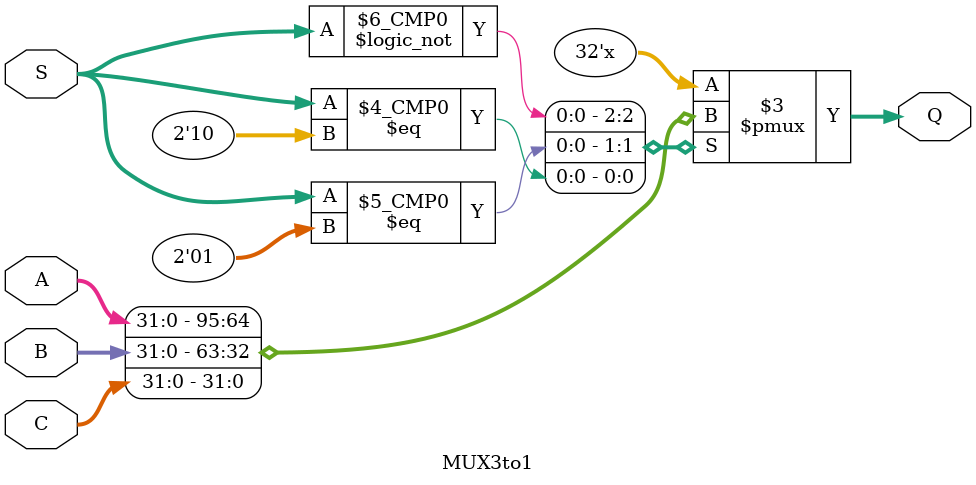
<source format=sv>
`timescale 1ns/1ps
module MUX3to1 (A, B, C, S, Q);
// IOs
  input  logic [31:0] A;        // First argument
  input  logic [31:0] B;        // Second argument
  input  logic [31:0] C;        // Third argument
  input  logic [1:0]  S;        // Select signal
  output logic [31:0] Q;        // Result of multiplexing
//////////////////////////////////////////////////////////////////////////////////////////////////////////////////////////////////////////////////////////////////////////////////////////////////// 
////// ARCHITECTURE
// Main combinational logic    
  always_comb
  case (S)
    2'b00: Q = A;
    2'b01: Q = B;
    2'b10: Q = C;
    2'b11: Q = 32'bx;
  endcase
//////////////////////////////////////////////////////////////////////////////////////////////////////////////////////////////////////////////////////////////////////////////////////////////////// 
// END 
endmodule

</source>
